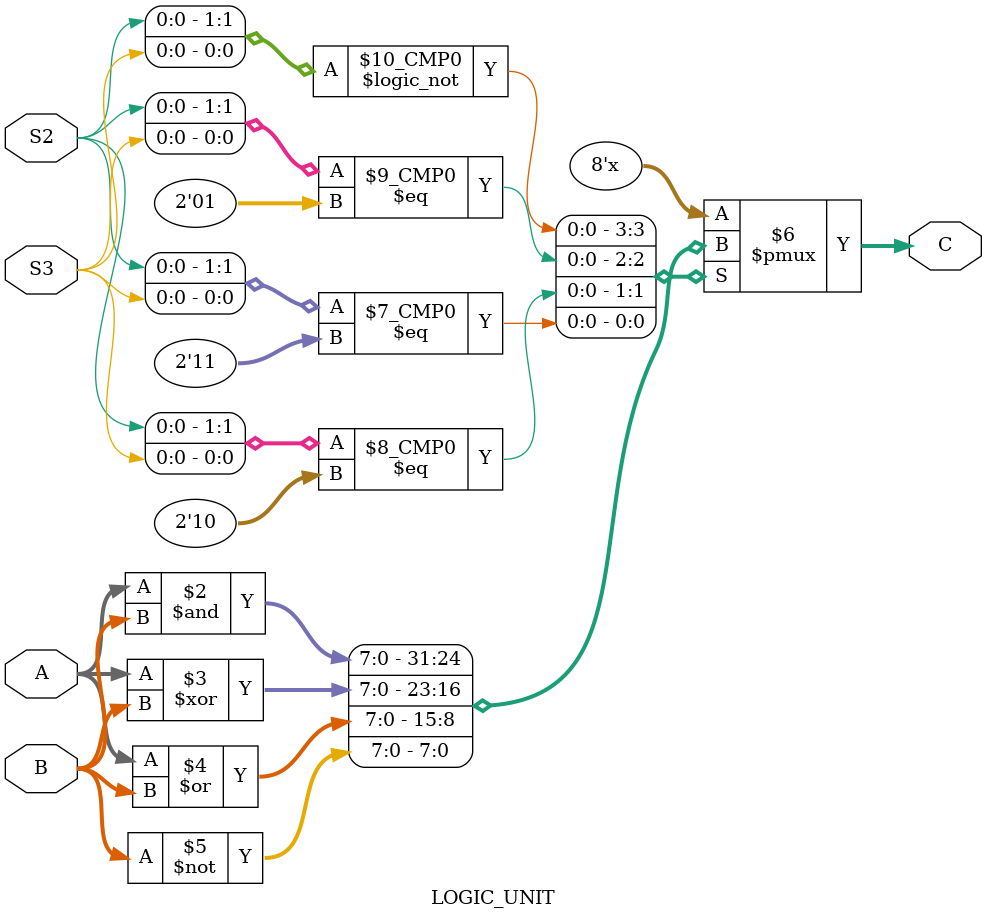
<source format=v>
module LOGIC_UNIT #(parameter WIDTH=8)(input [WIDTH-1:0] A,
input [WIDTH-1:0] B,
input S2,
input S3,
output reg [WIDTH-1:0] C
);
always@(*)
 begin
	case({S2,S3})
    	2'b00:begin
		C=A&B;
	      end
    	2'b01:begin
		 C=A^B;
	      end
    	2'b10:begin
		 C=A|B;
	      end
    	2'b11:begin
		 C=~B;
	      end
	endcase
	
 end



endmodule

</source>
